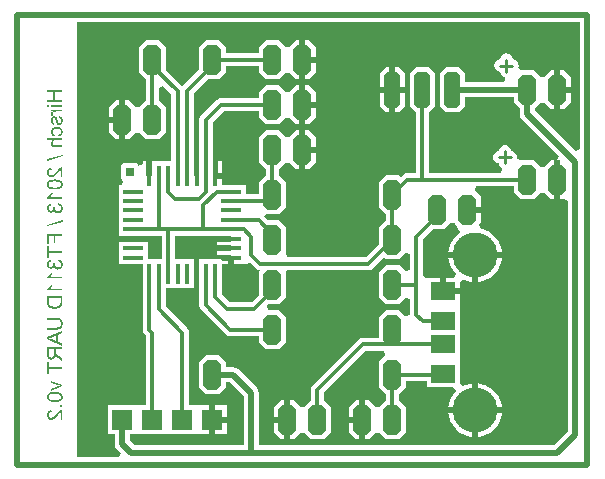
<source format=gbl>
%FSLAX25Y25*%
%MOIN*%
G70*
G01*
G75*
G04 Layer_Physical_Order=2*
G04 Layer_Color=16711680*
%ADD10R,0.01400X0.06500*%
%ADD11R,0.06500X0.01400*%
%ADD12C,0.01400*%
%ADD13C,0.02000*%
%ADD14C,0.01000*%
%ADD15R,0.03000X0.03000*%
G04:AMPARAMS|DCode=16|XSize=60mil|YSize=100mil|CornerRadius=0mil|HoleSize=0mil|Usage=FLASHONLY|Rotation=180.000|XOffset=0mil|YOffset=0mil|HoleType=Round|Shape=Octagon|*
%AMOCTAGOND16*
4,1,8,0.01500,-0.05000,-0.01500,-0.05000,-0.03000,-0.03500,-0.03000,0.03500,-0.01500,0.05000,0.01500,0.05000,0.03000,0.03500,0.03000,-0.03500,0.01500,-0.05000,0.0*
%
%ADD16OCTAGOND16*%

%ADD17C,0.14961*%
%ADD18R,0.08000X0.06000*%
G04:AMPARAMS|DCode=19|XSize=55mil|YSize=120mil|CornerRadius=0mil|HoleSize=0mil|Usage=FLASHONLY|Rotation=0.000|XOffset=0mil|YOffset=0mil|HoleType=Round|Shape=Octagon|*
%AMOCTAGOND19*
4,1,8,-0.01375,0.06000,0.01375,0.06000,0.02750,0.04625,0.02750,-0.04625,0.01375,-0.06000,-0.01375,-0.06000,-0.02750,-0.04625,-0.02750,0.04625,-0.01375,0.06000,0.0*
%
%ADD19OCTAGOND19*%

%ADD20R,0.06500X0.06500*%
G36*
X662736Y555037D02*
X662980Y555023D01*
X663202Y555000D01*
X663409Y554963D01*
X663601Y554926D01*
X663772Y554882D01*
X663927Y554838D01*
X664060Y554793D01*
X664179Y554749D01*
X664282Y554697D01*
X664371Y554660D01*
X664438Y554623D01*
X664497Y554586D01*
X664534Y554564D01*
X664556Y554549D01*
X664563Y554542D01*
X664652Y554460D01*
X664734Y554371D01*
X664808Y554275D01*
X664867Y554179D01*
X664919Y554083D01*
X664963Y553987D01*
X664993Y553890D01*
X665022Y553802D01*
X665044Y553713D01*
X665059Y553631D01*
X665074Y553557D01*
X665081Y553498D01*
X665089Y553446D01*
Y553402D01*
Y553380D01*
Y553372D01*
X665074Y553173D01*
X665044Y552988D01*
X664993Y552832D01*
X664941Y552699D01*
X664889Y552588D01*
X664859Y552551D01*
X664837Y552514D01*
X664822Y552484D01*
X664808Y552462D01*
X664793Y552455D01*
Y552447D01*
X664667Y552314D01*
X664534Y552203D01*
X664386Y552107D01*
X664253Y552033D01*
X664127Y551974D01*
X664075Y551944D01*
X664023Y551929D01*
X663986Y551915D01*
X663957Y551900D01*
X663942Y551892D01*
X663934D01*
X663823Y551855D01*
X663712Y551826D01*
X663476Y551781D01*
X663231Y551744D01*
X662995Y551722D01*
X662891Y551715D01*
X662795Y551707D01*
X662706D01*
X662625Y551700D01*
X662336D01*
X662203Y551707D01*
X662084D01*
X661966Y551715D01*
X661862Y551730D01*
X661759Y551737D01*
X661670Y551744D01*
X661589Y551759D01*
X661515Y551767D01*
X661448Y551781D01*
X661396Y551789D01*
X661352Y551796D01*
X661315Y551804D01*
X661293Y551811D01*
X661278Y551818D01*
X661270D01*
X661108Y551863D01*
X660960Y551915D01*
X660834Y551974D01*
X660723Y552018D01*
X660627Y552070D01*
X660560Y552100D01*
X660523Y552129D01*
X660508Y552137D01*
X660397Y552218D01*
X660301Y552299D01*
X660220Y552388D01*
X660146Y552470D01*
X660094Y552544D01*
X660057Y552603D01*
X660035Y552640D01*
X660027Y552647D01*
Y552655D01*
X659968Y552773D01*
X659931Y552899D01*
X659901Y553017D01*
X659879Y553128D01*
X659864Y553224D01*
X659857Y553306D01*
Y553335D01*
Y553358D01*
Y553365D01*
Y553372D01*
X659872Y553572D01*
X659901Y553757D01*
X659953Y553913D01*
X660005Y554046D01*
X660064Y554157D01*
X660086Y554201D01*
X660116Y554238D01*
X660131Y554268D01*
X660146Y554290D01*
X660160Y554297D01*
Y554305D01*
X660279Y554438D01*
X660419Y554549D01*
X660560Y554645D01*
X660693Y554719D01*
X660819Y554778D01*
X660871Y554808D01*
X660923Y554823D01*
X660960Y554838D01*
X660989Y554852D01*
X661004Y554860D01*
X661011D01*
X661122Y554889D01*
X661233Y554919D01*
X661478Y554963D01*
X661722Y555000D01*
X661951Y555023D01*
X662062Y555030D01*
X662158Y555037D01*
X662247D01*
X662329Y555045D01*
X662477D01*
X662736Y555037D01*
D02*
G37*
G36*
X665000Y555718D02*
X664393D01*
Y558242D01*
X664267Y558153D01*
X664216Y558108D01*
X664164Y558071D01*
X664119Y558034D01*
X664090Y558005D01*
X664068Y557983D01*
X664060Y557975D01*
X664023Y557938D01*
X663986Y557894D01*
X663890Y557790D01*
X663779Y557672D01*
X663668Y557546D01*
X663572Y557428D01*
X663527Y557376D01*
X663483Y557331D01*
X663453Y557294D01*
X663431Y557265D01*
X663416Y557250D01*
X663409Y557243D01*
X663305Y557124D01*
X663209Y557006D01*
X663113Y556902D01*
X663032Y556806D01*
X662950Y556717D01*
X662876Y556643D01*
X662810Y556569D01*
X662750Y556510D01*
X662691Y556451D01*
X662647Y556406D01*
X662610Y556369D01*
X662573Y556332D01*
X662528Y556295D01*
X662514Y556281D01*
X662388Y556177D01*
X662277Y556088D01*
X662166Y556014D01*
X662077Y555955D01*
X661996Y555911D01*
X661936Y555881D01*
X661899Y555866D01*
X661885Y555859D01*
X661774Y555814D01*
X661663Y555785D01*
X661559Y555755D01*
X661470Y555740D01*
X661389Y555733D01*
X661330Y555726D01*
X661278D01*
X661167Y555733D01*
X661063Y555748D01*
X660960Y555763D01*
X660871Y555792D01*
X660693Y555866D01*
X660553Y555940D01*
X660486Y555985D01*
X660434Y556022D01*
X660382Y556059D01*
X660345Y556096D01*
X660316Y556125D01*
X660286Y556140D01*
X660279Y556155D01*
X660271Y556162D01*
X660197Y556244D01*
X660131Y556332D01*
X660079Y556429D01*
X660035Y556525D01*
X659961Y556717D01*
X659909Y556910D01*
X659894Y556991D01*
X659879Y557072D01*
X659872Y557146D01*
X659864Y557206D01*
X659857Y557257D01*
Y557302D01*
Y557324D01*
Y557331D01*
X659864Y557465D01*
X659872Y557590D01*
X659894Y557709D01*
X659916Y557820D01*
X659946Y557923D01*
X659975Y558020D01*
X660012Y558108D01*
X660049Y558190D01*
X660086Y558264D01*
X660123Y558323D01*
X660153Y558375D01*
X660183Y558419D01*
X660205Y558456D01*
X660227Y558478D01*
X660234Y558493D01*
X660242Y558501D01*
X660316Y558575D01*
X660397Y558641D01*
X660486Y558708D01*
X660575Y558760D01*
X660752Y558848D01*
X660930Y558908D01*
X661011Y558930D01*
X661093Y558952D01*
X661159Y558967D01*
X661219Y558982D01*
X661270Y558989D01*
X661307D01*
X661330Y558996D01*
X661337D01*
X661404Y558353D01*
X661233Y558338D01*
X661085Y558308D01*
X660952Y558264D01*
X660849Y558212D01*
X660760Y558168D01*
X660701Y558123D01*
X660664Y558094D01*
X660649Y558079D01*
X660560Y557968D01*
X660493Y557849D01*
X660442Y557724D01*
X660412Y557613D01*
X660390Y557509D01*
X660382Y557420D01*
X660375Y557391D01*
Y557368D01*
Y557354D01*
Y557346D01*
X660382Y557191D01*
X660412Y557050D01*
X660456Y556932D01*
X660501Y556828D01*
X660553Y556747D01*
X660590Y556695D01*
X660619Y556658D01*
X660634Y556643D01*
X660738Y556554D01*
X660841Y556488D01*
X660945Y556436D01*
X661048Y556406D01*
X661130Y556384D01*
X661204Y556377D01*
X661248Y556369D01*
X661263D01*
X661396Y556384D01*
X661537Y556414D01*
X661663Y556466D01*
X661781Y556517D01*
X661877Y556577D01*
X661959Y556628D01*
X661988Y556643D01*
X662010Y556658D01*
X662018Y556673D01*
X662025D01*
X662107Y556732D01*
X662188Y556806D01*
X662277Y556887D01*
X662366Y556976D01*
X662543Y557161D01*
X662721Y557346D01*
X662802Y557442D01*
X662876Y557524D01*
X662943Y557605D01*
X663002Y557672D01*
X663046Y557724D01*
X663083Y557768D01*
X663106Y557798D01*
X663113Y557805D01*
X663268Y557990D01*
X663416Y558160D01*
X663550Y558301D01*
X663661Y558412D01*
X663757Y558508D01*
X663823Y558575D01*
X663868Y558612D01*
X663875Y558626D01*
X663883D01*
X664008Y558730D01*
X664127Y558811D01*
X664245Y558885D01*
X664349Y558945D01*
X664438Y558989D01*
X664504Y559019D01*
X664549Y559033D01*
X664556Y559041D01*
X664563D01*
X664645Y559070D01*
X664719Y559085D01*
X664793Y559100D01*
X664859Y559107D01*
X664919Y559115D01*
X665000D01*
Y555718D01*
D02*
G37*
G36*
X665089Y562800D02*
X659790Y561313D01*
Y561816D01*
X665089Y563303D01*
Y562800D01*
D02*
G37*
G36*
Y540903D02*
X659790Y539416D01*
Y539919D01*
X665089Y541407D01*
Y540903D01*
D02*
G37*
G36*
X663764Y547060D02*
X663875Y547038D01*
X664082Y546971D01*
X664260Y546890D01*
X664334Y546846D01*
X664408Y546801D01*
X664475Y546757D01*
X664526Y546712D01*
X664578Y546675D01*
X664615Y546638D01*
X664645Y546616D01*
X664667Y546594D01*
X664682Y546579D01*
X664689Y546572D01*
X664756Y546483D01*
X664822Y546394D01*
X664874Y546305D01*
X664919Y546209D01*
X664993Y546024D01*
X665037Y545847D01*
X665052Y545765D01*
X665067Y545691D01*
X665074Y545625D01*
X665081Y545565D01*
X665089Y545521D01*
Y545484D01*
Y545462D01*
Y545454D01*
X665081Y545314D01*
X665067Y545188D01*
X665044Y545062D01*
X665015Y544944D01*
X664978Y544833D01*
X664941Y544737D01*
X664896Y544640D01*
X664852Y544559D01*
X664815Y544478D01*
X664771Y544411D01*
X664734Y544352D01*
X664697Y544307D01*
X664667Y544270D01*
X664645Y544241D01*
X664630Y544226D01*
X664623Y544219D01*
X664534Y544130D01*
X664438Y544056D01*
X664341Y543989D01*
X664245Y543930D01*
X664156Y543886D01*
X664060Y543841D01*
X663883Y543782D01*
X663801Y543767D01*
X663727Y543752D01*
X663661Y543738D01*
X663601Y543730D01*
X663557Y543723D01*
X663490D01*
X663313Y543730D01*
X663150Y543760D01*
X663009Y543804D01*
X662891Y543849D01*
X662795Y543893D01*
X662721Y543937D01*
X662676Y543967D01*
X662662Y543974D01*
X662551Y544078D01*
X662454Y544189D01*
X662380Y544307D01*
X662321Y544426D01*
X662277Y544529D01*
X662247Y544611D01*
X662240Y544640D01*
X662232Y544663D01*
X662225Y544677D01*
Y544685D01*
X662158Y544559D01*
X662092Y544455D01*
X662018Y544367D01*
X661951Y544293D01*
X661892Y544233D01*
X661840Y544189D01*
X661811Y544167D01*
X661796Y544159D01*
X661692Y544100D01*
X661589Y544056D01*
X661485Y544019D01*
X661389Y543997D01*
X661307Y543982D01*
X661248Y543974D01*
X661189D01*
X661063Y543982D01*
X660937Y544004D01*
X660826Y544034D01*
X660730Y544071D01*
X660649Y544108D01*
X660582Y544137D01*
X660545Y544159D01*
X660530Y544167D01*
X660419Y544241D01*
X660323Y544330D01*
X660242Y544418D01*
X660168Y544507D01*
X660116Y544581D01*
X660072Y544648D01*
X660049Y544692D01*
X660042Y544700D01*
Y544707D01*
X659983Y544840D01*
X659938Y544973D01*
X659901Y545107D01*
X659879Y545225D01*
X659864Y545321D01*
X659857Y545403D01*
Y545432D01*
Y545454D01*
Y545469D01*
Y545477D01*
Y545588D01*
X659872Y545691D01*
X659909Y545891D01*
X659968Y546061D01*
X660027Y546209D01*
X660064Y546276D01*
X660094Y546328D01*
X660123Y546379D01*
X660153Y546416D01*
X660175Y546446D01*
X660190Y546468D01*
X660197Y546483D01*
X660205Y546490D01*
X660345Y546631D01*
X660501Y546742D01*
X660664Y546831D01*
X660826Y546905D01*
X660967Y546949D01*
X661026Y546971D01*
X661078Y546986D01*
X661122Y546994D01*
X661152Y547001D01*
X661174Y547008D01*
X661182D01*
X661293Y546379D01*
X661130Y546350D01*
X660989Y546305D01*
X660871Y546254D01*
X660775Y546202D01*
X660701Y546150D01*
X660649Y546106D01*
X660612Y546076D01*
X660604Y546069D01*
X660530Y545972D01*
X660471Y545869D01*
X660434Y545773D01*
X660405Y545676D01*
X660390Y545588D01*
X660375Y545521D01*
Y545477D01*
Y545469D01*
Y545462D01*
X660382Y545329D01*
X660412Y545210D01*
X660449Y545107D01*
X660486Y545018D01*
X660530Y544951D01*
X660567Y544899D01*
X660597Y544862D01*
X660604Y544855D01*
X660693Y544774D01*
X660789Y544714D01*
X660886Y544677D01*
X660974Y544648D01*
X661056Y544633D01*
X661115Y544618D01*
X661256D01*
X661330Y544633D01*
X661455Y544670D01*
X661566Y544722D01*
X661663Y544781D01*
X661729Y544840D01*
X661781Y544892D01*
X661811Y544929D01*
X661818Y544936D01*
Y544944D01*
X661885Y545070D01*
X661936Y545188D01*
X661973Y545314D01*
X661996Y545425D01*
X662010Y545521D01*
X662025Y545602D01*
Y545632D01*
Y545654D01*
Y545662D01*
Y545669D01*
Y545699D01*
X662018Y545728D01*
Y545758D01*
Y545765D01*
X662573Y545839D01*
X662551Y545743D01*
X662536Y545654D01*
X662521Y545580D01*
X662514Y545514D01*
X662506Y545462D01*
Y545425D01*
Y545403D01*
Y545395D01*
X662521Y545240D01*
X662551Y545099D01*
X662595Y544973D01*
X662647Y544870D01*
X662699Y544788D01*
X662743Y544729D01*
X662773Y544692D01*
X662787Y544677D01*
X662898Y544581D01*
X663017Y544507D01*
X663135Y544455D01*
X663254Y544426D01*
X663350Y544404D01*
X663431Y544396D01*
X663461Y544389D01*
X663505D01*
X663668Y544404D01*
X663816Y544441D01*
X663942Y544485D01*
X664053Y544544D01*
X664142Y544603D01*
X664208Y544648D01*
X664253Y544685D01*
X664267Y544700D01*
X664371Y544818D01*
X664445Y544944D01*
X664497Y545070D01*
X664534Y545188D01*
X664556Y545292D01*
X664563Y545373D01*
X664571Y545403D01*
Y545425D01*
Y545440D01*
Y545447D01*
X664563Y545580D01*
X664534Y545706D01*
X664497Y545817D01*
X664452Y545906D01*
X664415Y545980D01*
X664378Y546039D01*
X664349Y546069D01*
X664341Y546083D01*
X664238Y546172D01*
X664119Y546246D01*
X663994Y546313D01*
X663860Y546365D01*
X663749Y546402D01*
X663698Y546416D01*
X663653Y546424D01*
X663616Y546431D01*
X663587Y546439D01*
X663572Y546446D01*
X663564D01*
X663646Y547075D01*
X663764Y547060D01*
D02*
G37*
G36*
X661707Y550472D02*
X661655Y550361D01*
X661603Y550250D01*
X661552Y550146D01*
X661507Y550057D01*
X661470Y549983D01*
X661441Y549939D01*
X661433Y549931D01*
Y549924D01*
X661352Y549791D01*
X661270Y549672D01*
X661196Y549569D01*
X661130Y549487D01*
X661078Y549413D01*
X661034Y549369D01*
X661004Y549332D01*
X660997Y549325D01*
X665000D01*
Y548696D01*
X659857D01*
Y549103D01*
X659983Y549177D01*
X660101Y549258D01*
X660220Y549354D01*
X660323Y549443D01*
X660412Y549532D01*
X660486Y549598D01*
X660508Y549628D01*
X660530Y549650D01*
X660538Y549658D01*
X660545Y549665D01*
X660671Y549820D01*
X660789Y549976D01*
X660893Y550124D01*
X660974Y550272D01*
X661048Y550398D01*
X661078Y550449D01*
X661100Y550494D01*
X661122Y550531D01*
X661130Y550560D01*
X661145Y550575D01*
Y550583D01*
X661751D01*
X661707Y550472D01*
D02*
G37*
G36*
X665000Y568172D02*
X662972D01*
X662817Y568165D01*
X662684Y568158D01*
X662565Y568143D01*
X662469Y568121D01*
X662395Y568098D01*
X662336Y568084D01*
X662306Y568076D01*
X662292Y568069D01*
X662203Y568024D01*
X662121Y567973D01*
X662055Y567913D01*
X661996Y567854D01*
X661951Y567802D01*
X661922Y567758D01*
X661899Y567728D01*
X661892Y567721D01*
X661840Y567625D01*
X661803Y567536D01*
X661781Y567447D01*
X661759Y567373D01*
X661751Y567299D01*
X661744Y567247D01*
Y567218D01*
Y567203D01*
X661751Y567070D01*
X661781Y566951D01*
X661811Y566855D01*
X661855Y566774D01*
X661892Y566707D01*
X661929Y566663D01*
X661959Y566633D01*
X661966Y566626D01*
X662055Y566559D01*
X662166Y566507D01*
X662277Y566470D01*
X662388Y566441D01*
X662491Y566426D01*
X662573Y566419D01*
X665000D01*
Y565790D01*
X662654D01*
X662462Y565797D01*
X662292Y565812D01*
X662151Y565834D01*
X662033Y565856D01*
X661936Y565878D01*
X661870Y565901D01*
X661833Y565915D01*
X661818Y565923D01*
X661714Y565982D01*
X661626Y566049D01*
X661552Y566123D01*
X661485Y566189D01*
X661433Y566256D01*
X661396Y566308D01*
X661374Y566345D01*
X661367Y566359D01*
X661315Y566478D01*
X661270Y566596D01*
X661241Y566715D01*
X661226Y566826D01*
X661211Y566922D01*
X661204Y567003D01*
Y567033D01*
Y567055D01*
Y567062D01*
Y567070D01*
X661211Y567188D01*
X661226Y567307D01*
X661248Y567418D01*
X661285Y567521D01*
X661367Y567714D01*
X661411Y567795D01*
X661455Y567869D01*
X661507Y567936D01*
X661552Y568002D01*
X661596Y568054D01*
X661633Y568091D01*
X661670Y568128D01*
X661692Y568150D01*
X661707Y568165D01*
X661714Y568172D01*
X659879D01*
Y568801D01*
X665000D01*
Y568172D01*
D02*
G37*
G36*
X660597Y579309D02*
X659879D01*
Y579938D01*
X660597D01*
Y579309D01*
D02*
G37*
G36*
X665000D02*
X661285D01*
Y579938D01*
X665000D01*
Y579309D01*
D02*
G37*
G36*
Y584319D02*
X662588D01*
Y581670D01*
X665000D01*
Y580989D01*
X659879D01*
Y581670D01*
X661981D01*
Y584319D01*
X659879D01*
Y585000D01*
X665000D01*
Y584319D01*
D02*
G37*
G36*
X663328Y572561D02*
X663483Y572546D01*
X663638Y572524D01*
X663772Y572494D01*
X663905Y572464D01*
X664016Y572420D01*
X664127Y572383D01*
X664223Y572339D01*
X664304Y572294D01*
X664378Y572257D01*
X664445Y572213D01*
X664497Y572183D01*
X664534Y572154D01*
X664563Y572131D01*
X664578Y572117D01*
X664586Y572109D01*
X664674Y572020D01*
X664748Y571924D01*
X664815Y571828D01*
X664874Y571724D01*
X664919Y571621D01*
X664963Y571525D01*
X665022Y571325D01*
X665037Y571236D01*
X665052Y571155D01*
X665067Y571081D01*
X665074Y571014D01*
X665081Y570962D01*
Y570925D01*
Y570896D01*
Y570888D01*
X665074Y570777D01*
X665067Y570666D01*
X665022Y570474D01*
X664970Y570296D01*
X664904Y570148D01*
X664867Y570089D01*
X664837Y570030D01*
X664808Y569978D01*
X664778Y569941D01*
X664756Y569911D01*
X664741Y569889D01*
X664734Y569874D01*
X664726Y569867D01*
X664652Y569793D01*
X664578Y569726D01*
X664415Y569608D01*
X664245Y569512D01*
X664090Y569445D01*
X663942Y569393D01*
X663883Y569379D01*
X663823Y569364D01*
X663779Y569356D01*
X663749Y569349D01*
X663727Y569342D01*
X663720D01*
X663638Y569963D01*
X663801Y569993D01*
X663949Y570037D01*
X664068Y570096D01*
X664164Y570148D01*
X664245Y570200D01*
X664297Y570244D01*
X664334Y570267D01*
X664341Y570281D01*
X664415Y570378D01*
X664467Y570481D01*
X664512Y570585D01*
X664534Y570681D01*
X664549Y570762D01*
X664556Y570836D01*
X664563Y570881D01*
Y570888D01*
Y570896D01*
X664556Y570977D01*
X664549Y571058D01*
X664512Y571206D01*
X664460Y571332D01*
X664393Y571443D01*
X664334Y571525D01*
X664282Y571591D01*
X664245Y571628D01*
X664230Y571643D01*
X664164Y571695D01*
X664082Y571739D01*
X663920Y571806D01*
X663735Y571858D01*
X663557Y571887D01*
X663394Y571909D01*
X663328Y571917D01*
X663261D01*
X663217Y571924D01*
X663009D01*
X662884Y571909D01*
X662765Y571895D01*
X662662Y571880D01*
X662565Y571858D01*
X662477Y571828D01*
X662395Y571806D01*
X662321Y571776D01*
X662262Y571747D01*
X662210Y571724D01*
X662166Y571695D01*
X662129Y571673D01*
X662099Y571658D01*
X662077Y571643D01*
X662070Y571628D01*
X662062D01*
X662003Y571569D01*
X661951Y571510D01*
X661862Y571384D01*
X661803Y571251D01*
X661766Y571132D01*
X661737Y571021D01*
X661729Y570940D01*
X661722Y570903D01*
Y570881D01*
Y570866D01*
Y570859D01*
X661729Y570748D01*
X661751Y570644D01*
X661781Y570555D01*
X661818Y570474D01*
X661855Y570415D01*
X661885Y570363D01*
X661907Y570333D01*
X661914Y570326D01*
X661988Y570252D01*
X662077Y570185D01*
X662173Y570126D01*
X662262Y570089D01*
X662343Y570052D01*
X662410Y570030D01*
X662454Y570022D01*
X662462Y570015D01*
X662469D01*
X662373Y569401D01*
X662173Y569453D01*
X662003Y569527D01*
X661855Y569608D01*
X661737Y569689D01*
X661640Y569771D01*
X661574Y569837D01*
X661529Y569882D01*
X661515Y569889D01*
Y569897D01*
X661411Y570052D01*
X661337Y570215D01*
X661278Y570378D01*
X661241Y570533D01*
X661219Y570674D01*
X661211Y570733D01*
Y570777D01*
X661204Y570822D01*
Y570851D01*
Y570873D01*
Y570881D01*
X661211Y571058D01*
X661241Y571221D01*
X661278Y571377D01*
X661315Y571502D01*
X661359Y571613D01*
X661381Y571658D01*
X661396Y571695D01*
X661411Y571724D01*
X661426Y571747D01*
X661433Y571761D01*
Y571769D01*
X661522Y571909D01*
X661633Y572035D01*
X661744Y572139D01*
X661855Y572228D01*
X661951Y572294D01*
X662033Y572339D01*
X662062Y572353D01*
X662084Y572368D01*
X662099Y572376D01*
X662107D01*
X662284Y572442D01*
X662462Y572487D01*
X662639Y572524D01*
X662802Y572546D01*
X662876Y572553D01*
X662943Y572561D01*
X663002D01*
X663054Y572568D01*
X663157D01*
X663328Y572561D01*
D02*
G37*
G36*
X664097Y576164D02*
X664282Y576098D01*
X664430Y576016D01*
X664556Y575935D01*
X664660Y575861D01*
X664726Y575794D01*
X664771Y575750D01*
X664778Y575743D01*
X664785Y575735D01*
X664837Y575661D01*
X664882Y575580D01*
X664956Y575402D01*
X665007Y575217D01*
X665044Y575040D01*
X665059Y574958D01*
X665067Y574884D01*
X665074Y574810D01*
Y574751D01*
X665081Y574699D01*
Y574662D01*
Y574640D01*
Y574633D01*
X665074Y574470D01*
X665059Y574329D01*
X665037Y574196D01*
X665007Y574078D01*
X664978Y573981D01*
X664956Y573907D01*
X664941Y573863D01*
X664933Y573856D01*
Y573848D01*
X664867Y573722D01*
X664800Y573619D01*
X664726Y573530D01*
X664660Y573449D01*
X664600Y573389D01*
X664549Y573352D01*
X664519Y573323D01*
X664504Y573315D01*
X664401Y573256D01*
X664290Y573212D01*
X664193Y573175D01*
X664105Y573153D01*
X664023Y573138D01*
X663964Y573130D01*
X663912D01*
X663794Y573138D01*
X663690Y573153D01*
X663601Y573182D01*
X663520Y573204D01*
X663453Y573234D01*
X663409Y573264D01*
X663379Y573278D01*
X663372Y573286D01*
X663298Y573345D01*
X663231Y573412D01*
X663172Y573478D01*
X663128Y573545D01*
X663091Y573611D01*
X663069Y573656D01*
X663054Y573685D01*
X663046Y573700D01*
X663024Y573752D01*
X663002Y573811D01*
X662950Y573952D01*
X662898Y574107D01*
X662854Y574263D01*
X662810Y574403D01*
X662795Y574470D01*
X662780Y574522D01*
X662765Y574566D01*
X662758Y574603D01*
X662750Y574625D01*
Y574633D01*
X662728Y574714D01*
X662706Y574788D01*
X662691Y574855D01*
X662669Y574914D01*
X662647Y575010D01*
X662625Y575084D01*
X662602Y575136D01*
X662595Y575165D01*
X662588Y575180D01*
Y575188D01*
X662558Y575247D01*
X662536Y575299D01*
X662506Y575343D01*
X662484Y575373D01*
X662462Y575402D01*
X662440Y575417D01*
X662432Y575424D01*
X662425Y575432D01*
X662351Y575476D01*
X662277Y575498D01*
X662247D01*
X662225Y575506D01*
X662203D01*
X662136Y575498D01*
X662070Y575476D01*
X662010Y575447D01*
X661966Y575410D01*
X661922Y575380D01*
X661892Y575350D01*
X661877Y575328D01*
X661870Y575321D01*
X661818Y575239D01*
X661781Y575143D01*
X661759Y575040D01*
X661737Y574943D01*
X661729Y574847D01*
X661722Y574773D01*
Y574744D01*
Y574721D01*
Y574707D01*
Y574699D01*
X661729Y574573D01*
X661744Y574455D01*
X661774Y574359D01*
X661803Y574285D01*
X661833Y574218D01*
X661862Y574174D01*
X661877Y574144D01*
X661885Y574137D01*
X661951Y574063D01*
X662025Y574011D01*
X662099Y573967D01*
X662166Y573930D01*
X662232Y573907D01*
X662284Y573893D01*
X662314Y573885D01*
X662329D01*
X662247Y573271D01*
X662121Y573301D01*
X662010Y573330D01*
X661914Y573367D01*
X661825Y573404D01*
X661766Y573441D01*
X661714Y573471D01*
X661685Y573486D01*
X661677Y573493D01*
X661603Y573560D01*
X661537Y573634D01*
X661478Y573715D01*
X661426Y573796D01*
X661389Y573870D01*
X661359Y573930D01*
X661344Y573967D01*
X661337Y573974D01*
Y573981D01*
X661293Y574107D01*
X661263Y574240D01*
X661233Y574366D01*
X661219Y574485D01*
X661211Y574596D01*
X661204Y574677D01*
Y574707D01*
Y574729D01*
Y574744D01*
Y574751D01*
Y574855D01*
X661219Y574958D01*
X661226Y575047D01*
X661241Y575128D01*
X661256Y575195D01*
X661270Y575247D01*
X661278Y575276D01*
X661285Y575291D01*
X661315Y575380D01*
X661344Y575461D01*
X661374Y575528D01*
X661404Y575587D01*
X661426Y575632D01*
X661448Y575661D01*
X661455Y575683D01*
X661463Y575691D01*
X661515Y575765D01*
X661574Y575824D01*
X661640Y575876D01*
X661692Y575920D01*
X661744Y575957D01*
X661781Y575979D01*
X661811Y575994D01*
X661818Y576002D01*
X661899Y576039D01*
X661973Y576068D01*
X662055Y576083D01*
X662121Y576098D01*
X662188Y576105D01*
X662232Y576113D01*
X662277D01*
X662380Y576105D01*
X662469Y576090D01*
X662558Y576068D01*
X662632Y576046D01*
X662691Y576024D01*
X662743Y576002D01*
X662773Y575987D01*
X662780Y575979D01*
X662861Y575920D01*
X662928Y575854D01*
X662987Y575787D01*
X663039Y575720D01*
X663076Y575661D01*
X663106Y575617D01*
X663120Y575587D01*
X663128Y575572D01*
X663150Y575521D01*
X663180Y575454D01*
X663231Y575306D01*
X663276Y575151D01*
X663328Y574988D01*
X663365Y574847D01*
X663387Y574781D01*
X663402Y574721D01*
X663416Y574677D01*
X663424Y574640D01*
X663431Y574618D01*
Y574610D01*
X663453Y574514D01*
X663476Y574433D01*
X663498Y574359D01*
X663520Y574292D01*
X663535Y574233D01*
X663557Y574181D01*
X663587Y574092D01*
X663609Y574033D01*
X663631Y573996D01*
X663638Y573974D01*
X663646Y573967D01*
X663690Y573900D01*
X663749Y573856D01*
X663801Y573819D01*
X663853Y573796D01*
X663905Y573782D01*
X663942Y573774D01*
X663979D01*
X664068Y573782D01*
X664142Y573804D01*
X664216Y573841D01*
X664275Y573878D01*
X664327Y573922D01*
X664364Y573952D01*
X664386Y573981D01*
X664393Y573989D01*
X664452Y574078D01*
X664489Y574174D01*
X664519Y574285D01*
X664541Y574388D01*
X664556Y574485D01*
X664563Y574559D01*
Y574588D01*
Y574610D01*
Y574625D01*
Y574633D01*
X664556Y574788D01*
X664534Y574921D01*
X664504Y575032D01*
X664467Y575128D01*
X664430Y575202D01*
X664401Y575262D01*
X664378Y575291D01*
X664371Y575306D01*
X664290Y575387D01*
X664193Y575454D01*
X664097Y575498D01*
X664008Y575535D01*
X663927Y575565D01*
X663853Y575580D01*
X663809Y575595D01*
X663794D01*
X663890Y576216D01*
X664097Y576164D01*
D02*
G37*
G36*
X665000Y577726D02*
X663061D01*
X662913Y577718D01*
X662780Y577711D01*
X662654Y577696D01*
X662543Y577674D01*
X662454Y577652D01*
X662388Y577637D01*
X662343Y577630D01*
X662329Y577622D01*
X662247Y577593D01*
X662181Y577556D01*
X662121Y577519D01*
X662070Y577482D01*
X662033Y577445D01*
X662003Y577422D01*
X661988Y577400D01*
X661981Y577393D01*
X661936Y577334D01*
X661907Y577267D01*
X661885Y577200D01*
X661870Y577149D01*
X661862Y577097D01*
X661855Y577060D01*
Y577030D01*
Y577023D01*
X661862Y576941D01*
X661877Y576860D01*
X661899Y576779D01*
X661922Y576712D01*
X661944Y576653D01*
X661966Y576608D01*
X661981Y576579D01*
X661988Y576571D01*
X661411Y576342D01*
X661344Y576468D01*
X661293Y576586D01*
X661256Y576690D01*
X661226Y576786D01*
X661211Y576867D01*
X661204Y576934D01*
Y576971D01*
Y576986D01*
X661211Y577067D01*
X661226Y577141D01*
X661248Y577215D01*
X661270Y577274D01*
X661293Y577319D01*
X661315Y577363D01*
X661330Y577385D01*
X661337Y577393D01*
X661396Y577459D01*
X661470Y577526D01*
X661559Y577593D01*
X661640Y577652D01*
X661722Y577711D01*
X661788Y577748D01*
X661840Y577778D01*
X661848Y577785D01*
X661285D01*
Y578355D01*
X665000D01*
Y577726D01*
D02*
G37*
G36*
Y536160D02*
X662676D01*
Y533755D01*
X662070D01*
Y536160D01*
X660486D01*
Y533378D01*
X659879D01*
Y536841D01*
X665000D01*
Y536160D01*
D02*
G37*
G36*
Y486632D02*
Y486032D01*
X661285Y484619D01*
Y485270D01*
X663557Y486092D01*
X663705Y486143D01*
X663838Y486195D01*
X663964Y486232D01*
X664060Y486269D01*
X664149Y486291D01*
X664208Y486314D01*
X664245Y486321D01*
X664260Y486328D01*
X664119Y486373D01*
X663979Y486410D01*
X663853Y486454D01*
X663742Y486491D01*
X663646Y486521D01*
X663572Y486543D01*
X663550Y486550D01*
X663527Y486558D01*
X663520Y486565D01*
X663513D01*
X661285Y487364D01*
Y488030D01*
X665000Y486632D01*
D02*
G37*
G36*
X660486Y492618D02*
X665000D01*
Y491938D01*
X660486D01*
Y490250D01*
X659879D01*
Y494306D01*
X660486D01*
Y492618D01*
D02*
G37*
G36*
X665000Y498398D02*
X662728D01*
Y497613D01*
Y497525D01*
X662736Y497443D01*
Y497384D01*
X662743Y497332D01*
X662750Y497295D01*
Y497266D01*
X662758Y497251D01*
Y497243D01*
X662795Y497125D01*
X662817Y497073D01*
X662839Y497029D01*
X662861Y496984D01*
X662876Y496955D01*
X662884Y496940D01*
X662891Y496933D01*
X662935Y496873D01*
X662987Y496814D01*
X663098Y496703D01*
X663150Y496651D01*
X663194Y496614D01*
X663224Y496592D01*
X663231Y496585D01*
X663335Y496511D01*
X663446Y496429D01*
X663564Y496348D01*
X663675Y496267D01*
X663779Y496200D01*
X663860Y496148D01*
X663890Y496126D01*
X663912Y496111D01*
X663927Y496096D01*
X663934D01*
X665000Y495423D01*
Y494579D01*
X663609Y495460D01*
X663461Y495564D01*
X663328Y495660D01*
X663217Y495756D01*
X663113Y495837D01*
X663039Y495911D01*
X662980Y495971D01*
X662943Y496008D01*
X662928Y496022D01*
X662884Y496082D01*
X662832Y496148D01*
X662750Y496281D01*
X662721Y496341D01*
X662691Y496385D01*
X662676Y496415D01*
X662669Y496429D01*
X662647Y496296D01*
X662625Y496170D01*
X662588Y496059D01*
X662558Y495948D01*
X662521Y495852D01*
X662477Y495763D01*
X662440Y495682D01*
X662403Y495608D01*
X662358Y495549D01*
X662321Y495490D01*
X662292Y495445D01*
X662262Y495408D01*
X662240Y495379D01*
X662218Y495356D01*
X662210Y495349D01*
X662203Y495342D01*
X662129Y495282D01*
X662055Y495223D01*
X661899Y495134D01*
X661744Y495075D01*
X661596Y495031D01*
X661470Y495001D01*
X661418Y494994D01*
X661367D01*
X661330Y494986D01*
X661278D01*
X661122Y494994D01*
X660982Y495016D01*
X660849Y495053D01*
X660738Y495090D01*
X660641Y495134D01*
X660567Y495164D01*
X660523Y495194D01*
X660516Y495201D01*
X660508D01*
X660390Y495290D01*
X660286Y495379D01*
X660197Y495475D01*
X660131Y495564D01*
X660079Y495645D01*
X660049Y495712D01*
X660027Y495756D01*
X660020Y495763D01*
Y495771D01*
X659998Y495837D01*
X659975Y495919D01*
X659938Y496082D01*
X659916Y496259D01*
X659894Y496422D01*
X659887Y496577D01*
Y496644D01*
X659879Y496703D01*
Y496748D01*
Y496785D01*
Y496807D01*
Y496814D01*
Y499079D01*
X665000D01*
Y498398D01*
D02*
G37*
G36*
Y474955D02*
X664393D01*
Y477478D01*
X664267Y477389D01*
X664216Y477345D01*
X664164Y477308D01*
X664119Y477271D01*
X664090Y477241D01*
X664068Y477219D01*
X664060Y477212D01*
X664023Y477175D01*
X663986Y477130D01*
X663890Y477027D01*
X663779Y476908D01*
X663668Y476782D01*
X663572Y476664D01*
X663527Y476612D01*
X663483Y476568D01*
X663453Y476531D01*
X663431Y476501D01*
X663416Y476486D01*
X663409Y476479D01*
X663305Y476361D01*
X663209Y476242D01*
X663113Y476139D01*
X663032Y476042D01*
X662950Y475954D01*
X662876Y475880D01*
X662810Y475806D01*
X662750Y475746D01*
X662691Y475687D01*
X662647Y475643D01*
X662610Y475606D01*
X662573Y475569D01*
X662528Y475532D01*
X662514Y475517D01*
X662388Y475413D01*
X662277Y475325D01*
X662166Y475251D01*
X662077Y475191D01*
X661996Y475147D01*
X661936Y475117D01*
X661899Y475103D01*
X661885Y475095D01*
X661774Y475051D01*
X661663Y475021D01*
X661559Y474992D01*
X661470Y474977D01*
X661389Y474969D01*
X661330Y474962D01*
X661278D01*
X661167Y474969D01*
X661063Y474984D01*
X660960Y474999D01*
X660871Y475029D01*
X660693Y475103D01*
X660553Y475177D01*
X660486Y475221D01*
X660434Y475258D01*
X660382Y475295D01*
X660345Y475332D01*
X660316Y475362D01*
X660286Y475376D01*
X660279Y475391D01*
X660271Y475399D01*
X660197Y475480D01*
X660131Y475569D01*
X660079Y475665D01*
X660035Y475761D01*
X659961Y475954D01*
X659909Y476146D01*
X659894Y476227D01*
X659879Y476309D01*
X659872Y476383D01*
X659864Y476442D01*
X659857Y476494D01*
Y476538D01*
Y476560D01*
Y476568D01*
X659864Y476701D01*
X659872Y476827D01*
X659894Y476945D01*
X659916Y477056D01*
X659946Y477160D01*
X659975Y477256D01*
X660012Y477345D01*
X660049Y477426D01*
X660086Y477500D01*
X660123Y477559D01*
X660153Y477611D01*
X660183Y477656D01*
X660205Y477693D01*
X660227Y477715D01*
X660234Y477730D01*
X660242Y477737D01*
X660316Y477811D01*
X660397Y477878D01*
X660486Y477944D01*
X660575Y477996D01*
X660752Y478085D01*
X660930Y478144D01*
X661011Y478166D01*
X661093Y478188D01*
X661159Y478203D01*
X661219Y478218D01*
X661270Y478225D01*
X661307D01*
X661330Y478233D01*
X661337D01*
X661404Y477589D01*
X661233Y477574D01*
X661085Y477545D01*
X660952Y477500D01*
X660849Y477448D01*
X660760Y477404D01*
X660701Y477360D01*
X660664Y477330D01*
X660649Y477315D01*
X660560Y477204D01*
X660493Y477086D01*
X660442Y476960D01*
X660412Y476849D01*
X660390Y476745D01*
X660382Y476657D01*
X660375Y476627D01*
Y476605D01*
Y476590D01*
Y476583D01*
X660382Y476427D01*
X660412Y476287D01*
X660456Y476168D01*
X660501Y476065D01*
X660553Y475983D01*
X660590Y475931D01*
X660619Y475894D01*
X660634Y475880D01*
X660738Y475791D01*
X660841Y475724D01*
X660945Y475672D01*
X661048Y475643D01*
X661130Y475621D01*
X661204Y475613D01*
X661248Y475606D01*
X661263D01*
X661396Y475621D01*
X661537Y475650D01*
X661663Y475702D01*
X661781Y475754D01*
X661877Y475813D01*
X661959Y475865D01*
X661988Y475880D01*
X662010Y475894D01*
X662018Y475909D01*
X662025D01*
X662107Y475968D01*
X662188Y476042D01*
X662277Y476124D01*
X662366Y476213D01*
X662543Y476398D01*
X662721Y476583D01*
X662802Y476679D01*
X662876Y476760D01*
X662943Y476842D01*
X663002Y476908D01*
X663046Y476960D01*
X663083Y477004D01*
X663106Y477034D01*
X663113Y477041D01*
X663268Y477226D01*
X663416Y477397D01*
X663550Y477537D01*
X663661Y477648D01*
X663757Y477744D01*
X663823Y477811D01*
X663868Y477848D01*
X663875Y477863D01*
X663883D01*
X664008Y477966D01*
X664127Y478048D01*
X664245Y478122D01*
X664349Y478181D01*
X664438Y478225D01*
X664504Y478255D01*
X664549Y478270D01*
X664556Y478277D01*
X664563D01*
X664645Y478307D01*
X664719Y478322D01*
X664793Y478336D01*
X664859Y478344D01*
X664919Y478351D01*
X665000D01*
Y474955D01*
D02*
G37*
G36*
Y479180D02*
X664282D01*
Y479898D01*
X665000D01*
Y479180D01*
D02*
G37*
G36*
X662736Y484227D02*
X662980Y484212D01*
X663202Y484190D01*
X663409Y484153D01*
X663601Y484116D01*
X663772Y484071D01*
X663927Y484027D01*
X664060Y483983D01*
X664179Y483938D01*
X664282Y483886D01*
X664371Y483849D01*
X664438Y483812D01*
X664497Y483775D01*
X664534Y483753D01*
X664556Y483738D01*
X664563Y483731D01*
X664652Y483650D01*
X664734Y483561D01*
X664808Y483465D01*
X664867Y483368D01*
X664919Y483272D01*
X664963Y483176D01*
X664993Y483080D01*
X665022Y482991D01*
X665044Y482902D01*
X665059Y482821D01*
X665074Y482747D01*
X665081Y482688D01*
X665089Y482636D01*
Y482591D01*
Y482569D01*
Y482562D01*
X665074Y482362D01*
X665044Y482177D01*
X664993Y482022D01*
X664941Y481888D01*
X664889Y481777D01*
X664859Y481740D01*
X664837Y481703D01*
X664822Y481674D01*
X664808Y481652D01*
X664793Y481644D01*
Y481637D01*
X664667Y481504D01*
X664534Y481393D01*
X664386Y481296D01*
X664253Y481222D01*
X664127Y481163D01*
X664075Y481134D01*
X664023Y481119D01*
X663986Y481104D01*
X663957Y481089D01*
X663942Y481082D01*
X663934D01*
X663823Y481045D01*
X663712Y481015D01*
X663476Y480971D01*
X663231Y480934D01*
X662995Y480912D01*
X662891Y480904D01*
X662795Y480897D01*
X662706D01*
X662625Y480889D01*
X662336D01*
X662203Y480897D01*
X662084D01*
X661966Y480904D01*
X661862Y480919D01*
X661759Y480926D01*
X661670Y480934D01*
X661589Y480949D01*
X661515Y480956D01*
X661448Y480971D01*
X661396Y480978D01*
X661352Y480986D01*
X661315Y480993D01*
X661293Y481000D01*
X661278Y481008D01*
X661270D01*
X661108Y481052D01*
X660960Y481104D01*
X660834Y481163D01*
X660723Y481208D01*
X660627Y481259D01*
X660560Y481289D01*
X660523Y481319D01*
X660508Y481326D01*
X660397Y481407D01*
X660301Y481489D01*
X660220Y481578D01*
X660146Y481659D01*
X660094Y481733D01*
X660057Y481792D01*
X660035Y481829D01*
X660027Y481837D01*
Y481844D01*
X659968Y481962D01*
X659931Y482088D01*
X659901Y482207D01*
X659879Y482318D01*
X659864Y482414D01*
X659857Y482495D01*
Y482525D01*
Y482547D01*
Y482554D01*
Y482562D01*
X659872Y482762D01*
X659901Y482947D01*
X659953Y483102D01*
X660005Y483235D01*
X660064Y483346D01*
X660086Y483391D01*
X660116Y483428D01*
X660131Y483457D01*
X660146Y483479D01*
X660160Y483487D01*
Y483494D01*
X660279Y483627D01*
X660419Y483738D01*
X660560Y483835D01*
X660693Y483909D01*
X660819Y483968D01*
X660871Y483997D01*
X660923Y484012D01*
X660960Y484027D01*
X660989Y484042D01*
X661004Y484049D01*
X661011D01*
X661122Y484079D01*
X661233Y484108D01*
X661478Y484153D01*
X661722Y484190D01*
X661951Y484212D01*
X662062Y484219D01*
X662158Y484227D01*
X662247D01*
X662329Y484234D01*
X662477D01*
X662736Y484227D01*
D02*
G37*
G36*
X665000Y503704D02*
X663446Y503149D01*
Y501003D01*
X665000Y500403D01*
Y499634D01*
X659879Y501728D01*
Y502468D01*
X665000Y504421D01*
Y503704D01*
D02*
G37*
G36*
X661707Y523809D02*
X661655Y523698D01*
X661603Y523587D01*
X661552Y523484D01*
X661507Y523395D01*
X661470Y523321D01*
X661441Y523277D01*
X661433Y523269D01*
Y523262D01*
X661352Y523129D01*
X661270Y523010D01*
X661196Y522907D01*
X661130Y522825D01*
X661078Y522751D01*
X661034Y522707D01*
X661004Y522670D01*
X660997Y522662D01*
X665000D01*
Y522033D01*
X659857D01*
Y522440D01*
X659983Y522514D01*
X660101Y522596D01*
X660220Y522692D01*
X660323Y522781D01*
X660412Y522870D01*
X660486Y522936D01*
X660508Y522966D01*
X660530Y522988D01*
X660538Y522995D01*
X660545Y523003D01*
X660671Y523158D01*
X660789Y523314D01*
X660893Y523462D01*
X660974Y523610D01*
X661048Y523735D01*
X661078Y523787D01*
X661100Y523832D01*
X661122Y523869D01*
X661130Y523898D01*
X661145Y523913D01*
Y523920D01*
X661751D01*
X661707Y523809D01*
D02*
G37*
G36*
X663764Y528360D02*
X663875Y528338D01*
X664082Y528272D01*
X664260Y528190D01*
X664334Y528146D01*
X664408Y528101D01*
X664475Y528057D01*
X664526Y528013D01*
X664578Y527976D01*
X664615Y527939D01*
X664645Y527916D01*
X664667Y527894D01*
X664682Y527879D01*
X664689Y527872D01*
X664756Y527783D01*
X664822Y527694D01*
X664874Y527606D01*
X664919Y527509D01*
X664993Y527324D01*
X665037Y527147D01*
X665052Y527065D01*
X665067Y526991D01*
X665074Y526925D01*
X665081Y526866D01*
X665089Y526821D01*
Y526784D01*
Y526762D01*
Y526755D01*
X665081Y526614D01*
X665067Y526488D01*
X665044Y526362D01*
X665015Y526244D01*
X664978Y526133D01*
X664941Y526037D01*
X664896Y525941D01*
X664852Y525859D01*
X664815Y525778D01*
X664771Y525711D01*
X664734Y525652D01*
X664697Y525608D01*
X664667Y525571D01*
X664645Y525541D01*
X664630Y525526D01*
X664623Y525519D01*
X664534Y525430D01*
X664438Y525356D01*
X664341Y525289D01*
X664245Y525230D01*
X664156Y525186D01*
X664060Y525141D01*
X663883Y525082D01*
X663801Y525067D01*
X663727Y525053D01*
X663661Y525038D01*
X663601Y525030D01*
X663557Y525023D01*
X663490D01*
X663313Y525030D01*
X663150Y525060D01*
X663009Y525104D01*
X662891Y525149D01*
X662795Y525193D01*
X662721Y525238D01*
X662676Y525267D01*
X662662Y525275D01*
X662551Y525378D01*
X662454Y525489D01*
X662380Y525608D01*
X662321Y525726D01*
X662277Y525830D01*
X662247Y525911D01*
X662240Y525941D01*
X662232Y525963D01*
X662225Y525978D01*
Y525985D01*
X662158Y525859D01*
X662092Y525756D01*
X662018Y525667D01*
X661951Y525593D01*
X661892Y525534D01*
X661840Y525489D01*
X661811Y525467D01*
X661796Y525460D01*
X661692Y525400D01*
X661589Y525356D01*
X661485Y525319D01*
X661389Y525297D01*
X661307Y525282D01*
X661248Y525275D01*
X661189D01*
X661063Y525282D01*
X660937Y525304D01*
X660826Y525334D01*
X660730Y525371D01*
X660649Y525408D01*
X660582Y525437D01*
X660545Y525460D01*
X660530Y525467D01*
X660419Y525541D01*
X660323Y525630D01*
X660242Y525719D01*
X660168Y525807D01*
X660116Y525881D01*
X660072Y525948D01*
X660049Y525992D01*
X660042Y526000D01*
Y526007D01*
X659983Y526140D01*
X659938Y526274D01*
X659901Y526407D01*
X659879Y526525D01*
X659864Y526621D01*
X659857Y526703D01*
Y526732D01*
Y526755D01*
Y526769D01*
Y526777D01*
Y526888D01*
X659872Y526991D01*
X659909Y527191D01*
X659968Y527361D01*
X660027Y527509D01*
X660064Y527576D01*
X660094Y527628D01*
X660123Y527680D01*
X660153Y527717D01*
X660175Y527746D01*
X660190Y527768D01*
X660197Y527783D01*
X660205Y527791D01*
X660345Y527931D01*
X660501Y528042D01*
X660664Y528131D01*
X660826Y528205D01*
X660967Y528249D01*
X661026Y528272D01*
X661078Y528286D01*
X661122Y528294D01*
X661152Y528301D01*
X661174Y528309D01*
X661182D01*
X661293Y527680D01*
X661130Y527650D01*
X660989Y527606D01*
X660871Y527554D01*
X660775Y527502D01*
X660701Y527450D01*
X660649Y527406D01*
X660612Y527376D01*
X660604Y527369D01*
X660530Y527273D01*
X660471Y527169D01*
X660434Y527073D01*
X660405Y526977D01*
X660390Y526888D01*
X660375Y526821D01*
Y526777D01*
Y526769D01*
Y526762D01*
X660382Y526629D01*
X660412Y526510D01*
X660449Y526407D01*
X660486Y526318D01*
X660530Y526251D01*
X660567Y526200D01*
X660597Y526163D01*
X660604Y526155D01*
X660693Y526074D01*
X660789Y526015D01*
X660886Y525978D01*
X660974Y525948D01*
X661056Y525933D01*
X661115Y525918D01*
X661256D01*
X661330Y525933D01*
X661455Y525970D01*
X661566Y526022D01*
X661663Y526081D01*
X661729Y526140D01*
X661781Y526192D01*
X661811Y526229D01*
X661818Y526237D01*
Y526244D01*
X661885Y526370D01*
X661936Y526488D01*
X661973Y526614D01*
X661996Y526725D01*
X662010Y526821D01*
X662025Y526903D01*
Y526932D01*
Y526954D01*
Y526962D01*
Y526969D01*
Y526999D01*
X662018Y527028D01*
Y527058D01*
Y527065D01*
X662573Y527139D01*
X662551Y527043D01*
X662536Y526954D01*
X662521Y526880D01*
X662514Y526814D01*
X662506Y526762D01*
Y526725D01*
Y526703D01*
Y526695D01*
X662521Y526540D01*
X662551Y526399D01*
X662595Y526274D01*
X662647Y526170D01*
X662699Y526089D01*
X662743Y526029D01*
X662773Y525992D01*
X662787Y525978D01*
X662898Y525881D01*
X663017Y525807D01*
X663135Y525756D01*
X663254Y525726D01*
X663350Y525704D01*
X663431Y525696D01*
X663461Y525689D01*
X663505D01*
X663668Y525704D01*
X663816Y525741D01*
X663942Y525785D01*
X664053Y525844D01*
X664142Y525904D01*
X664208Y525948D01*
X664253Y525985D01*
X664267Y526000D01*
X664371Y526118D01*
X664445Y526244D01*
X664497Y526370D01*
X664534Y526488D01*
X664556Y526592D01*
X664563Y526673D01*
X664571Y526703D01*
Y526725D01*
Y526740D01*
Y526747D01*
X664563Y526880D01*
X664534Y527006D01*
X664497Y527117D01*
X664452Y527206D01*
X664415Y527280D01*
X664378Y527339D01*
X664349Y527369D01*
X664341Y527384D01*
X664238Y527472D01*
X664119Y527546D01*
X663994Y527613D01*
X663860Y527665D01*
X663749Y527702D01*
X663698Y527717D01*
X663653Y527724D01*
X663616Y527731D01*
X663587Y527739D01*
X663572Y527746D01*
X663564D01*
X663646Y528375D01*
X663764Y528360D01*
D02*
G37*
G36*
X660486Y531195D02*
X665000D01*
Y530514D01*
X660486D01*
Y528827D01*
X659879D01*
Y532882D01*
X660486D01*
Y531195D01*
D02*
G37*
G36*
X663128Y509009D02*
X663261Y509002D01*
X663387Y508987D01*
X663498Y508972D01*
X663601Y508958D01*
X663698Y508935D01*
X663786Y508921D01*
X663868Y508906D01*
X663934Y508884D01*
X663994Y508869D01*
X664038Y508854D01*
X664075Y508839D01*
X664105Y508832D01*
X664119Y508824D01*
X664127D01*
X664290Y508743D01*
X664438Y508639D01*
X664556Y508536D01*
X664660Y508425D01*
X664741Y508329D01*
X664800Y508247D01*
X664815Y508218D01*
X664830Y508195D01*
X664845Y508181D01*
Y508173D01*
X664926Y507988D01*
X664985Y507796D01*
X665030Y507596D01*
X665059Y507411D01*
X665067Y507330D01*
X665074Y507248D01*
X665081Y507174D01*
Y507115D01*
X665089Y507063D01*
Y507026D01*
Y507004D01*
Y506997D01*
X665074Y506730D01*
X665059Y506612D01*
X665044Y506501D01*
X665022Y506390D01*
X665000Y506294D01*
X664978Y506205D01*
X664948Y506123D01*
X664919Y506049D01*
X664896Y505990D01*
X664874Y505931D01*
X664852Y505887D01*
X664830Y505850D01*
X664822Y505827D01*
X664808Y505813D01*
Y505805D01*
X664697Y505642D01*
X664571Y505509D01*
X664452Y505406D01*
X664334Y505317D01*
X664230Y505250D01*
X664149Y505206D01*
X664119Y505191D01*
X664097Y505176D01*
X664082Y505169D01*
X664075D01*
X663986Y505139D01*
X663890Y505110D01*
X663690Y505065D01*
X663483Y505036D01*
X663283Y505013D01*
X663194Y505006D01*
X663106Y504999D01*
X663032D01*
X662965Y504991D01*
X659879D01*
Y505672D01*
X663009D01*
X663172Y505687D01*
X663313Y505702D01*
X663446Y505724D01*
X663564Y505746D01*
X663675Y505776D01*
X663772Y505798D01*
X663853Y505827D01*
X663920Y505857D01*
X663986Y505887D01*
X664031Y505916D01*
X664075Y505938D01*
X664105Y505961D01*
X664127Y505975D01*
X664134Y505983D01*
X664142Y505990D01*
X664201Y506057D01*
X664253Y506131D01*
X664334Y506294D01*
X664393Y506464D01*
X664430Y506641D01*
X664460Y506804D01*
X664467Y506871D01*
Y506937D01*
X664475Y506982D01*
Y507026D01*
Y507048D01*
Y507056D01*
X664467Y507211D01*
X664445Y507352D01*
X664423Y507485D01*
X664386Y507589D01*
X664356Y507677D01*
X664334Y507744D01*
X664312Y507781D01*
X664304Y507796D01*
X664238Y507899D01*
X664156Y507988D01*
X664075Y508062D01*
X664001Y508114D01*
X663927Y508158D01*
X663875Y508195D01*
X663838Y508210D01*
X663823Y508218D01*
X663757Y508240D01*
X663690Y508255D01*
X663535Y508284D01*
X663372Y508306D01*
X663209Y508321D01*
X663069Y508329D01*
X663002D01*
X662950Y508336D01*
X659879D01*
Y509017D01*
X662987D01*
X663128Y509009D01*
D02*
G37*
G36*
X665000Y514337D02*
X664993Y514167D01*
X664985Y514012D01*
X664970Y513871D01*
X664956Y513753D01*
X664941Y513649D01*
X664933Y513575D01*
X664926Y513553D01*
X664919Y513531D01*
Y513523D01*
Y513516D01*
X664882Y513383D01*
X664837Y513264D01*
X664800Y513161D01*
X664756Y513072D01*
X664719Y512998D01*
X664689Y512946D01*
X664667Y512917D01*
X664660Y512902D01*
X664593Y512806D01*
X664512Y512724D01*
X664438Y512643D01*
X664364Y512576D01*
X664297Y512517D01*
X664245Y512473D01*
X664208Y512443D01*
X664193Y512436D01*
X664075Y512362D01*
X663949Y512288D01*
X663831Y512228D01*
X663712Y512184D01*
X663609Y512140D01*
X663527Y512110D01*
X663498Y512103D01*
X663476Y512095D01*
X663461Y512088D01*
X663453D01*
X663276Y512043D01*
X663098Y512006D01*
X662928Y511984D01*
X662765Y511962D01*
X662625Y511955D01*
X662565D01*
X662514Y511947D01*
X662417D01*
X662166Y511955D01*
X661936Y511977D01*
X661729Y512014D01*
X661633Y512029D01*
X661552Y512051D01*
X661470Y512073D01*
X661404Y512088D01*
X661344Y512103D01*
X661293Y512125D01*
X661248Y512132D01*
X661219Y512147D01*
X661204Y512154D01*
X661196D01*
X661004Y512236D01*
X660834Y512332D01*
X660686Y512436D01*
X660560Y512532D01*
X660456Y512621D01*
X660382Y512695D01*
X660360Y512724D01*
X660338Y512746D01*
X660331Y512754D01*
X660323Y512761D01*
X660227Y512880D01*
X660153Y513005D01*
X660086Y513131D01*
X660035Y513250D01*
X659998Y513353D01*
X659975Y513435D01*
X659961Y513464D01*
Y513486D01*
X659953Y513501D01*
Y513509D01*
X659931Y513634D01*
X659909Y513782D01*
X659894Y513930D01*
X659887Y514078D01*
X659879Y514212D01*
Y514271D01*
Y514323D01*
Y514360D01*
Y514389D01*
Y514411D01*
Y514419D01*
Y516180D01*
X665000D01*
Y514337D01*
D02*
G37*
G36*
X661707Y519828D02*
X661655Y519717D01*
X661603Y519606D01*
X661552Y519503D01*
X661507Y519414D01*
X661470Y519340D01*
X661441Y519295D01*
X661433Y519288D01*
Y519281D01*
X661352Y519147D01*
X661270Y519029D01*
X661196Y518925D01*
X661130Y518844D01*
X661078Y518770D01*
X661034Y518726D01*
X661004Y518689D01*
X660997Y518681D01*
X665000D01*
Y518052D01*
X659857D01*
Y518459D01*
X659983Y518533D01*
X660101Y518615D01*
X660220Y518711D01*
X660323Y518800D01*
X660412Y518888D01*
X660486Y518955D01*
X660508Y518985D01*
X660530Y519007D01*
X660538Y519014D01*
X660545Y519022D01*
X660671Y519177D01*
X660789Y519332D01*
X660893Y519480D01*
X660974Y519628D01*
X661048Y519754D01*
X661078Y519806D01*
X661100Y519850D01*
X661122Y519887D01*
X661130Y519917D01*
X661145Y519932D01*
Y519939D01*
X661751D01*
X661707Y519828D01*
D02*
G37*
G36*
X837451Y565114D02*
X836065Y564540D01*
X822549Y578056D01*
Y578799D01*
X824250Y580500D01*
X825750D01*
X827750Y578500D01*
X829000D01*
Y584999D01*
Y591500D01*
X827750D01*
X825500Y589250D01*
X824500D01*
X822250Y591500D01*
X817923D01*
X816971Y592660D01*
X817039Y593000D01*
X816884Y593780D01*
X816442Y594442D01*
X815780Y594884D01*
X815033Y595033D01*
X814884Y595780D01*
X814442Y596442D01*
X813780Y596884D01*
X813000Y597039D01*
X812220Y596884D01*
X811558Y596442D01*
X811116Y595780D01*
X810967Y595033D01*
X810220Y594884D01*
X809558Y594442D01*
X809116Y593780D01*
X808961Y593000D01*
X809116Y592220D01*
X809558Y591558D01*
X810220Y591116D01*
X810967Y590967D01*
X811116Y590220D01*
X811558Y589558D01*
X812220Y589116D01*
X812593Y589042D01*
X812501Y588111D01*
X811939Y587549D01*
X799250D01*
Y590375D01*
X797125Y592500D01*
X792875D01*
X790750Y590375D01*
Y579625D01*
X792875Y577500D01*
X797125D01*
X799250Y579625D01*
Y582451D01*
X815500D01*
Y580750D01*
X817451Y578799D01*
Y577000D01*
X817451Y577000D01*
X817451D01*
X817645Y576024D01*
X818198Y575198D01*
X830509Y562886D01*
X829935Y561500D01*
X831000D01*
Y554999D01*
Y548500D01*
X832250D01*
X832250Y548500D01*
X832250Y548500D01*
X833451Y548002D01*
Y471056D01*
X828944Y466549D01*
X730549D01*
Y484000D01*
X730355Y484975D01*
X729802Y485802D01*
X723802Y491802D01*
X722975Y492355D01*
X722000Y492549D01*
X719500D01*
Y494250D01*
X717250Y496500D01*
X712750D01*
X710500Y494250D01*
Y485750D01*
X712750Y483500D01*
X717250D01*
X719500Y485750D01*
Y487451D01*
X720944D01*
X725451Y482944D01*
Y466549D01*
X689056D01*
X687549Y468056D01*
Y470250D01*
X689750D01*
X689750Y470250D01*
Y470250D01*
X689750D01*
X690250D01*
X690811Y470250D01*
X690811Y470250D01*
X690811Y470250D01*
X699750D01*
Y470250D01*
X699750D01*
X699750Y470250D01*
X700250D01*
Y470250D01*
X709750D01*
X709750Y470250D01*
Y470250D01*
X709750D01*
X710250D01*
X710811Y470250D01*
X710811Y470250D01*
X710811Y470250D01*
X714000D01*
Y474999D01*
Y479750D01*
X710811D01*
X710811Y479750D01*
X710811Y479750D01*
X710250Y479750D01*
X710000D01*
X709750D01*
X709189Y479750D01*
X709189Y479750D01*
X709189Y479750D01*
X707243D01*
Y504000D01*
X707243Y504000D01*
X707243Y504000D01*
X707072Y504858D01*
X706908Y505104D01*
X706908Y505104D01*
X706586Y505586D01*
Y505586D01*
X706586Y505586D01*
X699369Y512803D01*
Y518911D01*
X708775D01*
Y523660D01*
Y528411D01*
X702519D01*
Y536182D01*
X716589D01*
Y536182D01*
X721340D01*
Y534276D01*
X716589D01*
Y533126D01*
X721340D01*
Y531126D01*
X716589D01*
Y529976D01*
X721340D01*
Y528977D01*
X722339D01*
Y526776D01*
X726089D01*
Y526779D01*
X727474Y527353D01*
X729414Y525414D01*
X729414D01*
X729414Y525414D01*
X729414D01*
X729414Y525414D01*
Y525414D01*
X729414Y525414D01*
Y525414D01*
X730142Y524928D01*
X731000Y524757D01*
X731000D01*
X730500Y524250D01*
Y524250D01*
X730500Y524250D01*
X730500Y524250D01*
Y516672D01*
X728071Y514243D01*
X720929D01*
X718267Y516905D01*
Y523661D01*
X718224Y523878D01*
Y526776D01*
X720339D01*
Y527976D01*
X718224D01*
Y528412D01*
X716589D01*
Y528411D01*
X710674D01*
Y523878D01*
X710631Y523661D01*
Y523660D01*
Y518911D01*
X710631D01*
Y513126D01*
X710802Y512268D01*
X711288Y511540D01*
X711288Y511540D01*
X711288Y511540D01*
X719414Y503414D01*
X720142Y502928D01*
X721000Y502757D01*
X730500D01*
Y500750D01*
X732750Y498500D01*
X737250D01*
X739500Y500750D01*
Y509250D01*
X737250Y511500D01*
X733632D01*
X733058Y512886D01*
X733672Y513500D01*
X737250D01*
X739500Y515750D01*
Y524250D01*
X739500Y524250D01*
X739500Y524250D01*
X739710Y524757D01*
X767000D01*
X767858Y524928D01*
X768586Y525414D01*
X768586Y525414D01*
X768586Y525414D01*
X772211Y529039D01*
X772750Y528500D01*
X777250D01*
X779371Y530621D01*
X780757Y530047D01*
Y524953D01*
X779371Y524379D01*
X777250Y526500D01*
X772750D01*
X770500Y524250D01*
Y515750D01*
X772750Y513500D01*
X777250D01*
X779371Y515621D01*
X780757Y515047D01*
Y510000D01*
X779083Y509667D01*
X777250Y511500D01*
X772750D01*
X770500Y509250D01*
Y502306D01*
X765063D01*
X764205Y502135D01*
X763477Y501649D01*
X748414Y486586D01*
X747928Y485858D01*
X747757Y485000D01*
Y481500D01*
X747750D01*
X745500Y479250D01*
X745500D01*
D01*
X744500D01*
X742250Y481500D01*
X741000D01*
Y474999D01*
Y468500D01*
X742250D01*
X744250Y470500D01*
X745750D01*
X747750Y468500D01*
X752250D01*
X754500Y470750D01*
Y479250D01*
X752250Y481500D01*
X752243D01*
Y484071D01*
X765992Y497820D01*
X772110D01*
X772684Y496434D01*
X770500Y494250D01*
Y485750D01*
X772750Y483500D01*
X772757D01*
Y481500D01*
X772750D01*
X770500Y479250D01*
X770500D01*
D01*
X769500D01*
X767250Y481500D01*
X766000D01*
Y474999D01*
Y468500D01*
X767250D01*
X769250Y470500D01*
X770750D01*
X772750Y468500D01*
X777250D01*
X779500Y470750D01*
Y479250D01*
X777250Y481500D01*
X777243D01*
Y483500D01*
X777250D01*
X779500Y485750D01*
Y487757D01*
X786390D01*
Y485720D01*
X795189D01*
X795720Y485073D01*
X796055Y484365D01*
X795056Y483147D01*
X794222Y481587D01*
X793709Y479894D01*
X793634Y479134D01*
X801559D01*
Y487059D01*
X800799Y486984D01*
X799106Y486471D01*
X798676Y486241D01*
X797390Y487012D01*
Y494502D01*
X797390Y494502D01*
D01*
X797390Y494721D01*
Y494888D01*
Y495142D01*
Y495261D01*
Y495563D01*
X797390Y495721D01*
X797390Y495781D01*
X797390Y495781D01*
X797390Y495781D01*
Y503437D01*
Y512219D01*
D01*
X797390D01*
Y512219D01*
D01*
D01*
X797390Y512437D01*
Y512575D01*
X797390Y513279D01*
X797390Y513437D01*
X797390Y513498D01*
X797390Y513498D01*
X797390Y513498D01*
Y516780D01*
X791889D01*
Y517778D01*
X790890D01*
Y522280D01*
X786390D01*
Y522280D01*
X786304D01*
X785243Y523340D01*
Y535071D01*
X788672Y538500D01*
X792250D01*
X794250Y540500D01*
X795750D01*
X796013Y540237D01*
X797432Y537583D01*
X797416Y537262D01*
X796178Y536247D01*
X795056Y534879D01*
X794222Y533319D01*
X793709Y531627D01*
X793634Y530866D01*
X811484D01*
X811409Y531627D01*
X810896Y533319D01*
X810062Y534879D01*
X808940Y536247D01*
X807572Y537369D01*
X806012Y538203D01*
X804319Y538717D01*
X803831Y540081D01*
X804500Y540750D01*
Y544000D01*
X799999D01*
Y546000D01*
X804500D01*
Y549250D01*
X802379Y551371D01*
X802953Y552757D01*
X815500D01*
Y550750D01*
X817750Y548500D01*
X822250D01*
X824250Y550500D01*
X825750D01*
X827750Y548500D01*
X829000D01*
Y554999D01*
Y561500D01*
X827750D01*
X825500Y559250D01*
X825500D01*
D01*
X824500D01*
X822250Y561500D01*
X817750D01*
X817750Y561500D01*
X817750Y561500D01*
X816384Y561720D01*
X816384Y561720D01*
X816539Y562500D01*
X816384Y563280D01*
X815942Y563942D01*
X815280Y564384D01*
X814533Y564533D01*
X814384Y565280D01*
X813942Y565942D01*
X813280Y566384D01*
X812500Y566539D01*
X811720Y566384D01*
X811058Y565942D01*
X810616Y565280D01*
X810467Y564533D01*
X809720Y564384D01*
X809058Y563942D01*
X808616Y563280D01*
X808461Y562500D01*
X808616Y561720D01*
X809058Y561058D01*
X809720Y560616D01*
X810467Y560467D01*
X810616Y559720D01*
X811058Y559058D01*
X811626Y558678D01*
X811191Y557243D01*
X787243D01*
Y577618D01*
X789250Y579625D01*
Y590375D01*
X787125Y592500D01*
X782875D01*
X780750Y590375D01*
Y579625D01*
X782757Y577618D01*
Y557243D01*
X780000D01*
X779142Y557072D01*
X778414Y556586D01*
X777789Y555961D01*
X777250Y556500D01*
X772750D01*
X770500Y554250D01*
Y545750D01*
X772750Y543500D01*
X772757D01*
Y541500D01*
X772750D01*
X770500Y539250D01*
Y533672D01*
X766071Y529243D01*
X739953D01*
X739379Y530629D01*
X739500Y530750D01*
Y539250D01*
X737250Y541500D01*
X733672D01*
X732211Y542961D01*
X732750Y543500D01*
X732777Y543500D01*
X732777Y543500D01*
Y543500D01*
X737250D01*
X739500Y545750D01*
Y554250D01*
X737250Y556500D01*
X737243D01*
Y558500D01*
X737250D01*
X739250Y560500D01*
X740750D01*
X742750Y558500D01*
X744000D01*
Y564999D01*
Y571500D01*
X742750D01*
X740500Y569250D01*
X739500D01*
X737250Y571500D01*
X732750D01*
X730500Y569250D01*
Y560750D01*
X732750Y558500D01*
X732757D01*
Y556500D01*
X732750D01*
X730500Y554250D01*
Y550117D01*
X726089D01*
Y553224D01*
X721555D01*
X721339Y553267D01*
X718224D01*
Y555339D01*
X716023D01*
Y556338D01*
X715117D01*
Y556339D01*
Y561089D01*
X715117D01*
Y573945D01*
X718929Y577757D01*
X730500D01*
Y575750D01*
X732750Y573500D01*
X737250D01*
X739250Y575500D01*
X740750D01*
X742750Y573500D01*
X744000D01*
Y579999D01*
Y586500D01*
X742750D01*
X740500Y584250D01*
X739500D01*
X737250Y586500D01*
X732750D01*
X730500Y584250D01*
Y582243D01*
X718000D01*
X717142Y582072D01*
X716414Y581586D01*
X711288Y576460D01*
X710802Y575732D01*
X710631Y574874D01*
Y561089D01*
X710631D01*
Y556339D01*
Y556338D01*
X708818D01*
X708818Y556339D01*
Y561089D01*
X708818D01*
Y583646D01*
X713672Y588500D01*
X717250D01*
X719500Y590750D01*
Y592757D01*
X730500D01*
Y590750D01*
X732750Y588500D01*
X737250D01*
X739250Y590500D01*
X740750D01*
X742750Y588500D01*
X744000D01*
Y594999D01*
Y601500D01*
X742750D01*
X740500Y599250D01*
X739500D01*
X737250Y601500D01*
X732750D01*
X730500Y599250D01*
Y597243D01*
X719500D01*
Y599250D01*
X717250Y601500D01*
X712750D01*
X710500Y599250D01*
Y591672D01*
X705000Y586172D01*
X699500Y591672D01*
Y599250D01*
X697250Y601500D01*
X692750D01*
X690500Y599250D01*
Y590750D01*
X692750Y588500D01*
X692757D01*
Y581500D01*
X692750D01*
X690500Y579250D01*
X690500D01*
D01*
X689500D01*
X687250Y581500D01*
X686000D01*
Y574999D01*
Y568500D01*
X687250D01*
X689250Y570500D01*
X690750D01*
X692750Y568500D01*
X697250D01*
X699500Y570750D01*
Y579250D01*
X697250Y581500D01*
X697243D01*
Y585625D01*
X698629Y586199D01*
X701182Y583646D01*
Y561089D01*
X694926D01*
Y556555D01*
X694883Y556339D01*
Y556338D01*
X692976D01*
Y561089D01*
X691776D01*
Y560128D01*
X690341Y559693D01*
X690081Y560081D01*
X689585Y560413D01*
X689000Y560529D01*
X686000D01*
X685415Y560413D01*
X684919Y560081D01*
X684587Y559585D01*
X684471Y559000D01*
Y556000D01*
X684587Y555415D01*
X684919Y554919D01*
X685307Y554659D01*
X684871Y553224D01*
X683911D01*
Y548824D01*
Y545674D01*
Y542524D01*
Y539375D01*
Y536225D01*
Y536225D01*
X688445D01*
X688661Y536182D01*
X693411D01*
Y536182D01*
X698033D01*
Y528411D01*
X693411D01*
Y529926D01*
Y533076D01*
Y534326D01*
X683911D01*
Y533076D01*
Y529926D01*
Y526776D01*
X691776D01*
Y523878D01*
X691733Y523661D01*
Y505024D01*
X691904Y504165D01*
X692390Y503438D01*
X692390Y503438D01*
X692390Y503438D01*
X692757Y503071D01*
Y479750D01*
X690811D01*
X690811Y479750D01*
X690811Y479750D01*
X690250Y479750D01*
X690000D01*
X689750D01*
X689189Y479750D01*
X689189Y479750D01*
X689189Y479750D01*
X680250D01*
Y470250D01*
X682451D01*
Y467000D01*
X682451Y467000D01*
X682451D01*
X682645Y466024D01*
X683198Y465198D01*
X684460Y463935D01*
X683886Y462549D01*
X670000D01*
Y607451D01*
X837451D01*
Y565114D01*
D02*
G37*
%LPC*%
G36*
X779250Y584000D02*
X776000D01*
Y577500D01*
X777125D01*
X779250Y579625D01*
Y584000D01*
D02*
G37*
G36*
X834500D02*
X831000D01*
Y578500D01*
X832250D01*
X834500Y580750D01*
Y584000D01*
D02*
G37*
G36*
X662891Y502949D02*
X661396Y502394D01*
X661211Y502327D01*
X661034Y502275D01*
X660871Y502224D01*
X660723Y502187D01*
X660597Y502157D01*
X660545Y502142D01*
X660493Y502135D01*
X660464Y502120D01*
X660434D01*
X660419Y502113D01*
X660412D01*
X660582Y502061D01*
X660760Y502002D01*
X660937Y501942D01*
X661108Y501883D01*
X661182Y501854D01*
X661256Y501831D01*
X661322Y501809D01*
X661374Y501787D01*
X661418Y501772D01*
X661455Y501757D01*
X661478Y501750D01*
X661485D01*
X662891Y501217D01*
Y502949D01*
D02*
G37*
G36*
X684000Y581500D02*
X682750D01*
X680500Y579250D01*
Y576000D01*
X684000D01*
Y581500D01*
D02*
G37*
G36*
X749500Y579000D02*
X746000D01*
Y573500D01*
X747250D01*
X749500Y575750D01*
Y579000D01*
D02*
G37*
G36*
X664393Y515499D02*
X660486D01*
Y514426D01*
Y514315D01*
X660493Y514219D01*
Y514123D01*
X660501Y514034D01*
X660523Y513886D01*
X660538Y513768D01*
X660560Y513671D01*
X660582Y513605D01*
X660590Y513568D01*
X660597Y513553D01*
X660664Y513420D01*
X660745Y513294D01*
X660841Y513183D01*
X660937Y513087D01*
X661026Y513013D01*
X661100Y512954D01*
X661130Y512939D01*
X661152Y512924D01*
X661167Y512909D01*
X661174D01*
X661256Y512865D01*
X661352Y512820D01*
X661544Y512754D01*
X661751Y512709D01*
X661951Y512672D01*
X662040Y512665D01*
X662129Y512658D01*
X662203Y512650D01*
X662269D01*
X662329Y512643D01*
X662403D01*
X662610Y512650D01*
X662802Y512665D01*
X662972Y512687D01*
X663120Y512709D01*
X663180Y512724D01*
X663231Y512739D01*
X663283Y512754D01*
X663320Y512761D01*
X663350Y512769D01*
X663372Y512776D01*
X663387Y512783D01*
X663394D01*
X663535Y512835D01*
X663661Y512894D01*
X663772Y512961D01*
X663868Y513020D01*
X663942Y513072D01*
X663994Y513116D01*
X664023Y513146D01*
X664038Y513153D01*
X664097Y513227D01*
X664149Y513301D01*
X664193Y513375D01*
X664238Y513449D01*
X664267Y513516D01*
X664290Y513568D01*
X664297Y513605D01*
X664304Y513620D01*
X664334Y513731D01*
X664356Y513864D01*
X664371Y513997D01*
X664378Y514123D01*
X664386Y514234D01*
X664393Y514286D01*
Y514330D01*
Y514360D01*
Y514389D01*
Y514404D01*
Y514411D01*
Y515499D01*
D02*
G37*
G36*
X774000Y584000D02*
X770750D01*
Y579625D01*
X772875Y577500D01*
X774000D01*
Y584000D01*
D02*
G37*
G36*
X832250Y591500D02*
X831000D01*
Y586000D01*
X834500D01*
Y589250D01*
X832250Y591500D01*
D02*
G37*
G36*
X662595Y483590D02*
X662477D01*
X662247Y483583D01*
X662040Y483576D01*
X661848Y483561D01*
X661670Y483539D01*
X661515Y483516D01*
X661374Y483487D01*
X661248Y483457D01*
X661137Y483428D01*
X661041Y483398D01*
X660960Y483376D01*
X660893Y483346D01*
X660834Y483324D01*
X660797Y483302D01*
X660767Y483287D01*
X660752Y483272D01*
X660745D01*
X660678Y483220D01*
X660619Y483169D01*
X660575Y483109D01*
X660530Y483050D01*
X660464Y482932D01*
X660419Y482821D01*
X660397Y482725D01*
X660382Y482643D01*
X660375Y482614D01*
Y482591D01*
Y482577D01*
Y482569D01*
X660382Y482488D01*
X660390Y482406D01*
X660412Y482332D01*
X660442Y482266D01*
X660508Y482140D01*
X660582Y482029D01*
X660664Y481948D01*
X660730Y481881D01*
X660760Y481859D01*
X660782Y481844D01*
X660789Y481829D01*
X660797D01*
X660886Y481777D01*
X660989Y481733D01*
X661108Y481689D01*
X661233Y481659D01*
X661367Y481629D01*
X661507Y481607D01*
X661788Y481570D01*
X661929Y481555D01*
X662055Y481548D01*
X662173Y481541D01*
X662269D01*
X662358Y481533D01*
X662706D01*
X662913Y481548D01*
X663098Y481563D01*
X663276Y481578D01*
X663424Y481600D01*
X663564Y481629D01*
X663683Y481659D01*
X663794Y481681D01*
X663883Y481711D01*
X663957Y481740D01*
X664023Y481763D01*
X664075Y481792D01*
X664112Y481807D01*
X664134Y481822D01*
X664149Y481837D01*
X664156D01*
X664230Y481896D01*
X664290Y481955D01*
X664349Y482014D01*
X664393Y482073D01*
X664467Y482199D01*
X664519Y482310D01*
X664549Y482414D01*
X664563Y482488D01*
X664571Y482517D01*
Y482540D01*
Y482554D01*
Y482562D01*
X664563Y482643D01*
X664556Y482717D01*
X664504Y482858D01*
X664438Y482984D01*
X664364Y483095D01*
X664290Y483176D01*
X664223Y483243D01*
X664171Y483280D01*
X664164Y483294D01*
X664156D01*
X664068Y483346D01*
X663964Y483391D01*
X663846Y483435D01*
X663720Y483465D01*
X663587Y483494D01*
X663446Y483516D01*
X663157Y483553D01*
X663024Y483568D01*
X662898Y483576D01*
X662780Y483583D01*
X662684D01*
X662595Y483590D01*
D02*
G37*
G36*
X747250Y601500D02*
X746000D01*
Y596000D01*
X749500D01*
Y599250D01*
X747250Y601500D01*
D02*
G37*
G36*
X749500Y594000D02*
X746000D01*
Y588500D01*
X747250D01*
X749500Y590750D01*
Y594000D01*
D02*
G37*
G36*
X747250Y586500D02*
X746000D01*
Y581000D01*
X749500D01*
Y584250D01*
X747250Y586500D01*
D02*
G37*
G36*
X662144Y498398D02*
X660449D01*
Y496785D01*
X660456Y496585D01*
X660486Y496415D01*
X660523Y496267D01*
X660567Y496156D01*
X660612Y496059D01*
X660649Y496000D01*
X660678Y495963D01*
X660686Y495948D01*
X660782Y495860D01*
X660878Y495793D01*
X660982Y495749D01*
X661071Y495712D01*
X661159Y495697D01*
X661226Y495689D01*
X661270Y495682D01*
X661285D01*
X661374Y495689D01*
X661463Y495704D01*
X661537Y495726D01*
X661603Y495749D01*
X661663Y495778D01*
X661707Y495800D01*
X661737Y495815D01*
X661744Y495823D01*
X661818Y495874D01*
X661885Y495941D01*
X661936Y496008D01*
X661981Y496074D01*
X662010Y496133D01*
X662033Y496178D01*
X662047Y496207D01*
X662055Y496222D01*
X662084Y496326D01*
X662107Y496444D01*
X662121Y496563D01*
X662129Y496681D01*
X662136Y496785D01*
X662144Y496873D01*
Y496903D01*
Y496925D01*
Y496940D01*
Y496947D01*
Y498398D01*
D02*
G37*
G36*
X777125Y592500D02*
X776000D01*
Y586000D01*
X779250D01*
Y590375D01*
X777125Y592500D01*
D02*
G37*
G36*
X774000D02*
X772875D01*
X770750Y590375D01*
Y586000D01*
X774000D01*
Y592500D01*
D02*
G37*
G36*
X719750Y479750D02*
X716000D01*
Y476000D01*
X719750D01*
Y479750D01*
D02*
G37*
G36*
Y474000D02*
X716000D01*
Y470250D01*
X719750D01*
Y474000D01*
D02*
G37*
G36*
X764000Y481500D02*
X762750D01*
X760500Y479250D01*
Y476000D01*
X764000D01*
Y481500D01*
D02*
G37*
G36*
X739000D02*
X737750D01*
X735500Y479250D01*
Y476000D01*
X739000D01*
Y481500D01*
D02*
G37*
G36*
X764000Y474000D02*
X760500D01*
Y470750D01*
X762750Y468500D01*
X764000D01*
Y474000D01*
D02*
G37*
G36*
X739000D02*
X735500D01*
Y470750D01*
X737750Y468500D01*
X739000D01*
Y474000D01*
D02*
G37*
G36*
X811484Y477134D02*
X803559D01*
Y469209D01*
X804319Y469283D01*
X806012Y469797D01*
X807572Y470631D01*
X808940Y471753D01*
X810062Y473120D01*
X810896Y474681D01*
X811409Y476373D01*
X811484Y477134D01*
D02*
G37*
G36*
X801559D02*
X793634D01*
X793709Y476373D01*
X794222Y474681D01*
X795056Y473120D01*
X796178Y471753D01*
X797546Y470631D01*
X799106Y469797D01*
X800799Y469283D01*
X801559Y469209D01*
Y477134D01*
D02*
G37*
G36*
X749500Y564000D02*
X746000D01*
Y558500D01*
X747250D01*
X749500Y560750D01*
Y564000D01*
D02*
G37*
G36*
X718224Y561089D02*
X717024D01*
Y557339D01*
X718224D01*
Y561089D01*
D02*
G37*
G36*
X684000Y574000D02*
X680500D01*
Y570750D01*
X682750Y568500D01*
X684000D01*
Y574000D01*
D02*
G37*
G36*
X747250Y571500D02*
X746000D01*
Y566000D01*
X749500D01*
Y569250D01*
X747250Y571500D01*
D02*
G37*
G36*
X662595Y554401D02*
X662477D01*
X662247Y554394D01*
X662040Y554386D01*
X661848Y554371D01*
X661670Y554349D01*
X661515Y554327D01*
X661374Y554297D01*
X661248Y554268D01*
X661137Y554238D01*
X661041Y554209D01*
X660960Y554186D01*
X660893Y554157D01*
X660834Y554135D01*
X660797Y554112D01*
X660767Y554098D01*
X660752Y554083D01*
X660745D01*
X660678Y554031D01*
X660619Y553979D01*
X660575Y553920D01*
X660530Y553861D01*
X660464Y553742D01*
X660419Y553631D01*
X660397Y553535D01*
X660382Y553454D01*
X660375Y553424D01*
Y553402D01*
Y553387D01*
Y553380D01*
X660382Y553298D01*
X660390Y553217D01*
X660412Y553143D01*
X660442Y553076D01*
X660508Y552951D01*
X660582Y552840D01*
X660664Y552758D01*
X660730Y552692D01*
X660760Y552669D01*
X660782Y552655D01*
X660789Y552640D01*
X660797D01*
X660886Y552588D01*
X660989Y552544D01*
X661108Y552499D01*
X661233Y552470D01*
X661367Y552440D01*
X661507Y552418D01*
X661788Y552381D01*
X661929Y552366D01*
X662055Y552359D01*
X662173Y552351D01*
X662269D01*
X662358Y552344D01*
X662706D01*
X662913Y552359D01*
X663098Y552373D01*
X663276Y552388D01*
X663424Y552410D01*
X663564Y552440D01*
X663683Y552470D01*
X663794Y552492D01*
X663883Y552521D01*
X663957Y552551D01*
X664023Y552573D01*
X664075Y552603D01*
X664112Y552618D01*
X664134Y552632D01*
X664149Y552647D01*
X664156D01*
X664230Y552706D01*
X664290Y552766D01*
X664349Y552825D01*
X664393Y552884D01*
X664467Y553010D01*
X664519Y553121D01*
X664549Y553224D01*
X664563Y553298D01*
X664571Y553328D01*
Y553350D01*
Y553365D01*
Y553372D01*
X664563Y553454D01*
X664556Y553528D01*
X664504Y553668D01*
X664438Y553794D01*
X664364Y553905D01*
X664290Y553987D01*
X664223Y554053D01*
X664171Y554090D01*
X664164Y554105D01*
X664156D01*
X664068Y554157D01*
X663964Y554201D01*
X663846Y554246D01*
X663720Y554275D01*
X663587Y554305D01*
X663446Y554327D01*
X663157Y554364D01*
X663024Y554379D01*
X662898Y554386D01*
X662780Y554394D01*
X662684D01*
X662595Y554401D01*
D02*
G37*
G36*
X803559Y487059D02*
Y479134D01*
X811484D01*
X811409Y479894D01*
X810896Y481587D01*
X810062Y483147D01*
X808940Y484515D01*
X807572Y485637D01*
X806012Y486471D01*
X804319Y486984D01*
X803559Y487059D01*
D02*
G37*
G36*
X811484Y528866D02*
X803559D01*
Y520941D01*
X804319Y521016D01*
X806012Y521529D01*
X807572Y522363D01*
X808940Y523485D01*
X810062Y524853D01*
X810896Y526413D01*
X811409Y528106D01*
X811484Y528866D01*
D02*
G37*
G36*
X801559D02*
X793634D01*
X793709Y528106D01*
X794222Y526413D01*
X795056Y524853D01*
X796055Y523635D01*
X795720Y522927D01*
X795189Y522280D01*
X792890D01*
Y518780D01*
X797390D01*
Y520988D01*
X798676Y521759D01*
X799106Y521529D01*
X800799Y521016D01*
X801559Y520941D01*
Y528866D01*
D02*
G37*
%LPD*%
D10*
X693976Y556339D02*
D03*
X697126D02*
D03*
X700276D02*
D03*
X703425D02*
D03*
X706575D02*
D03*
X709724D02*
D03*
X712874D02*
D03*
X716024D02*
D03*
Y523661D02*
D03*
X712874D02*
D03*
X709724D02*
D03*
X706575D02*
D03*
X703425D02*
D03*
X700276D02*
D03*
X697126D02*
D03*
X693976D02*
D03*
D11*
X721339Y551024D02*
D03*
Y547874D02*
D03*
Y544724D02*
D03*
Y541575D02*
D03*
Y538425D02*
D03*
Y535276D02*
D03*
Y532126D02*
D03*
Y528976D02*
D03*
X688661D02*
D03*
Y532126D02*
D03*
Y535276D02*
D03*
Y538425D02*
D03*
Y541575D02*
D03*
Y544724D02*
D03*
Y547874D02*
D03*
Y551024D02*
D03*
D12*
X721339Y538425D02*
X721413Y538500D01*
X700276Y523661D02*
Y538201D01*
X697126Y538551D02*
Y556339D01*
X688661Y538425D02*
X712000D01*
X721339D01*
X750000Y475000D02*
Y485000D01*
X700276Y550724D02*
Y556339D01*
Y550724D02*
X702500Y548500D01*
X712000Y538425D02*
Y546500D01*
X716524Y551024D01*
X721339D01*
X702500Y548500D02*
X710500D01*
X712874Y550874D01*
Y556339D01*
X775000Y475000D02*
Y489331D01*
Y490000D02*
X791669D01*
X765063Y500063D02*
X791890D01*
X750000Y485000D02*
X765063Y500063D01*
X706575Y556339D02*
Y584575D01*
X715000Y593000D01*
Y595000D01*
X703425Y556339D02*
Y584575D01*
X718000Y580000D02*
X735000D01*
X712874Y574874D02*
X718000Y580000D01*
X712874Y556339D02*
Y574874D01*
X695000Y475000D02*
Y504000D01*
X693976Y505024D02*
X695000Y504000D01*
X693976Y505024D02*
Y523661D01*
X697126Y511874D02*
Y523661D01*
Y511874D02*
X705000Y504000D01*
Y475000D02*
Y504000D01*
X775000Y500126D02*
Y505000D01*
X712874Y513126D02*
Y523661D01*
Y513126D02*
X721000Y505000D01*
X735000D01*
X716024Y515976D02*
Y523661D01*
Y515976D02*
X720000Y512000D01*
X729000D01*
X735000Y518000D01*
Y520000D01*
X785063Y507937D02*
X791890D01*
X775000Y518000D02*
Y520000D01*
X790000Y543000D02*
Y545000D01*
X783000Y536000D02*
X790000Y543000D01*
X783000Y520000D02*
Y536000D01*
X775000Y520000D02*
X783000D01*
Y510000D02*
X785063Y507937D01*
X783000Y510000D02*
Y520000D01*
X735000Y535000D02*
Y537000D01*
X730425Y541575D02*
X735000Y537000D01*
X721339Y541575D02*
X730425D01*
X721339Y547874D02*
X732874D01*
X735000Y550000D01*
Y565000D01*
X775000Y535000D02*
Y550000D01*
X780000Y555000D01*
X785000D02*
Y585000D01*
X780000Y555000D02*
X785000D01*
X820000D01*
X767000Y527000D02*
X775000Y535000D01*
X731000Y527000D02*
X767000D01*
X728000Y530000D02*
X731000Y527000D01*
X728000Y530000D02*
Y536000D01*
X725575Y538425D02*
X728000Y536000D01*
X721339Y538425D02*
X725575D01*
X695000Y593000D02*
Y595000D01*
Y593000D02*
X703425Y584575D01*
X715000Y595000D02*
X735000D01*
X695000Y575000D02*
Y595000D01*
D13*
X840000Y460000D02*
Y610000D01*
X650000D02*
X840000D01*
X795000Y585000D02*
X820000D01*
X685000Y467000D02*
Y475000D01*
Y467000D02*
X688000Y464000D01*
X830000D02*
X836000Y470000D01*
Y561000D01*
X820000Y577000D02*
X836000Y561000D01*
X820000Y577000D02*
Y585000D01*
X715000Y490000D02*
X722000D01*
X728000Y484000D01*
X688000Y464000D02*
X728000D01*
X830000D01*
X728000D02*
Y484000D01*
X650000Y460000D02*
X840000D01*
X650000D02*
Y610000D01*
D14*
X811000Y593000D02*
X815000D01*
X813000Y591000D02*
Y595000D01*
X810500Y562500D02*
X814500D01*
X812500Y560500D02*
Y564500D01*
D15*
X687500Y557500D02*
D03*
D16*
X790000Y545000D02*
D03*
X800000D02*
D03*
X775000Y505000D02*
D03*
X735000D02*
D03*
X765000Y475000D02*
D03*
X775000D02*
D03*
X750000D02*
D03*
X740000D02*
D03*
X775000Y535000D02*
D03*
X735000D02*
D03*
X775000Y520000D02*
D03*
X735000D02*
D03*
Y550000D02*
D03*
X775000D02*
D03*
X695000Y595000D02*
D03*
X715000D02*
D03*
X820000Y585000D02*
D03*
X830000D02*
D03*
X820000Y555000D02*
D03*
X830000D02*
D03*
X735000Y580000D02*
D03*
X745000D02*
D03*
Y565000D02*
D03*
X735000D02*
D03*
Y595000D02*
D03*
X745000D02*
D03*
X715000Y490000D02*
D03*
X775000D02*
D03*
X695000Y575000D02*
D03*
X685000D02*
D03*
D17*
X802559Y529866D02*
D03*
Y478134D02*
D03*
D18*
X791890Y490220D02*
D03*
Y500063D02*
D03*
X791890Y517779D02*
D03*
X791890Y507937D02*
D03*
D19*
X775000Y585000D02*
D03*
X785000D02*
D03*
X795000D02*
D03*
D20*
X715000Y475000D02*
D03*
X705000D02*
D03*
X695000D02*
D03*
X685000D02*
D03*
M02*

</source>
